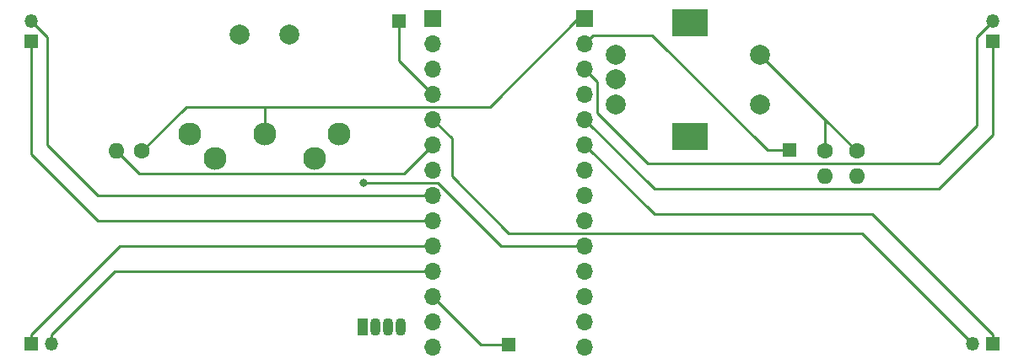
<source format=gbr>
G04 #@! TF.GenerationSoftware,KiCad,Pcbnew,(5.1.5)-3*
G04 #@! TF.CreationDate,2020-01-28T12:29:24+09:00*
G04 #@! TF.ProjectId,SchoolDesk,5363686f-6f6c-4446-9573-6b2e6b696361,rev?*
G04 #@! TF.SameCoordinates,Original*
G04 #@! TF.FileFunction,Copper,L2,Bot*
G04 #@! TF.FilePolarity,Positive*
%FSLAX46Y46*%
G04 Gerber Fmt 4.6, Leading zero omitted, Abs format (unit mm)*
G04 Created by KiCad (PCBNEW (5.1.5)-3) date 2020-01-28 12:29:24*
%MOMM*%
%LPD*%
G04 APERTURE LIST*
%ADD10C,1.600000*%
%ADD11O,1.600000X1.600000*%
%ADD12O,1.070000X1.800000*%
%ADD13R,1.070000X1.800000*%
%ADD14C,2.000000*%
%ADD15R,3.600000X2.800000*%
%ADD16C,2.300000*%
%ADD17R,1.700000X1.700000*%
%ADD18O,1.700000X1.700000*%
%ADD19R,1.350000X1.350000*%
%ADD20O,1.350000X1.350000*%
%ADD21C,0.800000*%
%ADD22C,0.250000*%
G04 APERTURE END LIST*
D10*
X109918500Y-165735000D03*
D11*
X109918500Y-168275000D03*
D12*
X64071500Y-183388000D03*
X62801500Y-183388000D03*
X61531500Y-183388000D03*
D13*
X60261500Y-183388000D03*
D14*
X85654500Y-161044500D03*
X85654500Y-158544500D03*
X85654500Y-156044500D03*
X100154500Y-161044500D03*
X100154500Y-156044500D03*
D15*
X93154500Y-164244500D03*
X93154500Y-152844500D03*
D14*
X52926000Y-154020500D03*
D16*
X45426000Y-166520500D03*
X42926000Y-164020500D03*
X50426000Y-164020500D03*
X57926000Y-164020500D03*
D14*
X47926000Y-154020500D03*
D16*
X55426000Y-166520500D03*
D17*
X67310000Y-152400000D03*
D18*
X67310000Y-154940000D03*
X67310000Y-157480000D03*
X67310000Y-160020000D03*
X67310000Y-162560000D03*
X67310000Y-165100000D03*
X67310000Y-167640000D03*
X67310000Y-170180000D03*
X67310000Y-172720000D03*
X67310000Y-175260000D03*
X67310000Y-177800000D03*
X67310000Y-180340000D03*
X67310000Y-182880000D03*
X67310000Y-185420000D03*
D17*
X82550000Y-152400000D03*
D18*
X82550000Y-154940000D03*
X82550000Y-157480000D03*
X82550000Y-160020000D03*
X82550000Y-162560000D03*
X82550000Y-165100000D03*
X82550000Y-167640000D03*
X82550000Y-170180000D03*
X82550000Y-172720000D03*
X82550000Y-175260000D03*
X82550000Y-177800000D03*
X82550000Y-180340000D03*
X82550000Y-182880000D03*
X82550000Y-185420000D03*
D11*
X106680000Y-168275000D03*
D10*
X106680000Y-165735000D03*
D11*
X35560000Y-165735000D03*
D10*
X38100000Y-165735000D03*
D19*
X123545600Y-154686000D03*
D20*
X123545600Y-152686000D03*
D19*
X123507500Y-185102500D03*
D20*
X121507500Y-185102500D03*
X28987500Y-185102500D03*
D19*
X26987500Y-185102500D03*
X103124000Y-165671500D03*
X74930000Y-185166000D03*
X63944500Y-152717500D03*
D20*
X26987500Y-152686000D03*
D19*
X26987500Y-154686000D03*
D21*
X60325000Y-168910000D03*
D22*
X82232500Y-152082500D02*
X73025000Y-161290000D01*
X73025000Y-161290000D02*
X50520999Y-161290000D01*
X50426000Y-161290000D02*
X50426000Y-164020500D01*
X38100000Y-165735000D02*
X42545000Y-161290000D01*
X42545000Y-161290000D02*
X50426000Y-161290000D01*
X100154500Y-156044500D02*
X106680000Y-162570000D01*
X106680000Y-162570000D02*
X106680000Y-165735000D01*
X106690000Y-162570000D02*
X109855000Y-165735000D01*
X106680000Y-162570000D02*
X106690000Y-162570000D01*
X123545600Y-155611000D02*
X123545600Y-154686000D01*
X118110000Y-169545000D02*
X123545600Y-164109400D01*
X123545600Y-164109400D02*
X123545600Y-155611000D01*
X82550000Y-162560000D02*
X89535000Y-169545000D01*
X89535000Y-169545000D02*
X118110000Y-169545000D01*
X122870601Y-153360999D02*
X123545600Y-152686000D01*
X83399999Y-158329999D02*
X82550000Y-157480000D01*
X83820000Y-161925000D02*
X83820000Y-158750000D01*
X121920000Y-154311600D02*
X121920000Y-163195000D01*
X123545600Y-152686000D02*
X121920000Y-154311600D01*
X83820000Y-158750000D02*
X83399999Y-158329999D01*
X118110000Y-167005000D02*
X88900000Y-167005000D01*
X121920000Y-163195000D02*
X118110000Y-167005000D01*
X88900000Y-167005000D02*
X83820000Y-161925000D01*
X111415000Y-172085000D02*
X123507500Y-184177500D01*
X123507500Y-184177500D02*
X123507500Y-185102500D01*
X82550000Y-165100000D02*
X89535000Y-172085000D01*
X89535000Y-172085000D02*
X111415000Y-172085000D01*
X74129002Y-175260000D02*
X67779002Y-168910000D01*
X82550000Y-175260000D02*
X74129002Y-175260000D01*
X67779002Y-168910000D02*
X60325000Y-168910000D01*
X60325000Y-168910000D02*
X60325000Y-168910000D01*
X66460001Y-165949999D02*
X67310000Y-165100000D01*
X64414499Y-167995501D02*
X66460001Y-165949999D01*
X37820501Y-167995501D02*
X64414499Y-167995501D01*
X35560000Y-165735000D02*
X37820501Y-167995501D01*
X110395000Y-173990000D02*
X121507500Y-185102500D01*
X74930000Y-173990000D02*
X81915000Y-173990000D01*
X69215000Y-168275000D02*
X74930000Y-173990000D01*
X81280000Y-173990000D02*
X81915000Y-173990000D01*
X81915000Y-173990000D02*
X110395000Y-173990000D01*
X69215000Y-164465000D02*
X67310000Y-162560000D01*
X69215000Y-168275000D02*
X69215000Y-164465000D01*
X28575000Y-165100000D02*
X28575000Y-154273500D01*
X67310000Y-170180000D02*
X33655000Y-170180000D01*
X27662499Y-153360999D02*
X26987500Y-152686000D01*
X28575000Y-154273500D02*
X27662499Y-153360999D01*
X33655000Y-170180000D02*
X28575000Y-165100000D01*
X26987500Y-166052500D02*
X26987500Y-154686000D01*
X67310000Y-172720000D02*
X33655000Y-172720000D01*
X33655000Y-172720000D02*
X26987500Y-166052500D01*
X89320001Y-154090001D02*
X83399999Y-154090001D01*
X103124000Y-165671500D02*
X100901500Y-165671500D01*
X83399999Y-154090001D02*
X82550000Y-154940000D01*
X100901500Y-165671500D02*
X89320001Y-154090001D01*
X72136000Y-185166000D02*
X74930000Y-185166000D01*
X67310000Y-180340000D02*
X72136000Y-185166000D01*
X63944500Y-156654500D02*
X67310000Y-160020000D01*
X63944500Y-153035000D02*
X63944500Y-156654500D01*
X29019500Y-184177500D02*
X35397000Y-177800000D01*
X29019500Y-185102500D02*
X29019500Y-184177500D01*
X35397000Y-177800000D02*
X67310000Y-177800000D01*
X26987500Y-184177500D02*
X26987500Y-185102500D01*
X35905000Y-175260000D02*
X26987500Y-184177500D01*
X67310000Y-175260000D02*
X35905000Y-175260000D01*
M02*

</source>
